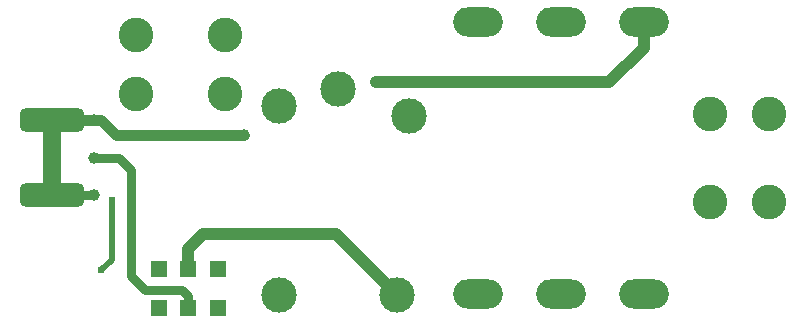
<source format=gbr>
%TF.GenerationSoftware,KiCad,Pcbnew,9.0.5*%
%TF.CreationDate,2025-11-29T21:51:22-08:00*%
%TF.ProjectId,TinyGawant,54696e79-4761-4776-916e-742e6b696361,rev?*%
%TF.SameCoordinates,Original*%
%TF.FileFunction,Copper,L2,Bot*%
%TF.FilePolarity,Positive*%
%FSLAX46Y46*%
G04 Gerber Fmt 4.6, Leading zero omitted, Abs format (unit mm)*
G04 Created by KiCad (PCBNEW 9.0.5) date 2025-11-29 21:51:22*
%MOMM*%
%LPD*%
G01*
G04 APERTURE LIST*
G04 Aperture macros list*
%AMRoundRect*
0 Rectangle with rounded corners*
0 $1 Rounding radius*
0 $2 $3 $4 $5 $6 $7 $8 $9 X,Y pos of 4 corners*
0 Add a 4 corners polygon primitive as box body*
4,1,4,$2,$3,$4,$5,$6,$7,$8,$9,$2,$3,0*
0 Add four circle primitives for the rounded corners*
1,1,$1+$1,$2,$3*
1,1,$1+$1,$4,$5*
1,1,$1+$1,$6,$7*
1,1,$1+$1,$8,$9*
0 Add four rect primitives between the rounded corners*
20,1,$1+$1,$2,$3,$4,$5,0*
20,1,$1+$1,$4,$5,$6,$7,0*
20,1,$1+$1,$6,$7,$8,$9,0*
20,1,$1+$1,$8,$9,$2,$3,0*%
G04 Aperture macros list end*
%TA.AperFunction,ComponentPad*%
%ADD10C,2.925000*%
%TD*%
%TA.AperFunction,SMDPad,CuDef*%
%ADD11RoundRect,0.500000X-2.250000X-0.500000X2.250000X-0.500000X2.250000X0.500000X-2.250000X0.500000X0*%
%TD*%
%TA.AperFunction,ComponentPad*%
%ADD12C,3.000000*%
%TD*%
%TA.AperFunction,ComponentPad*%
%ADD13O,4.200000X2.500000*%
%TD*%
%TA.AperFunction,ComponentPad*%
%ADD14R,1.408000X1.408000*%
%TD*%
%TA.AperFunction,ViaPad*%
%ADD15C,1.000000*%
%TD*%
%TA.AperFunction,ViaPad*%
%ADD16C,0.609600*%
%TD*%
%TA.AperFunction,Conductor*%
%ADD17C,0.762000*%
%TD*%
%TA.AperFunction,Conductor*%
%ADD18C,0.889000*%
%TD*%
%TA.AperFunction,Conductor*%
%ADD19C,1.524000*%
%TD*%
%TA.AperFunction,Conductor*%
%ADD20C,1.000000*%
%TD*%
%TA.AperFunction,Conductor*%
%ADD21C,0.508000*%
%TD*%
G04 APERTURE END LIST*
D10*
%TO.P,J3,1,1*%
%TO.N,RFGND*%
X128083000Y-119086000D03*
%TO.P,J3,2,1__1*%
X120583000Y-119086000D03*
%TO.P,J3,3,1__2*%
X128083000Y-114086000D03*
%TO.P,J3,4,1__3*%
X120583000Y-114086000D03*
%TD*%
D11*
%TO.P,J1,2,Ext*%
%TO.N,GND*%
X113411000Y-121285000D03*
X113411000Y-127635000D03*
%TD*%
D12*
%TO.P,T1,1,AA*%
%TO.N,GND*%
X132640000Y-136085000D03*
%TO.P,T1,2,AB*%
%TO.N,Net-(SW1B-B)*%
X142640000Y-136085000D03*
%TO.P,T1,3,SA*%
%TO.N,Net-(SW2-C)*%
X137640000Y-118585000D03*
%TO.P,T1,4,SC*%
%TO.N,Net-(SW2-A)*%
X143690000Y-120885000D03*
%TO.P,T1,5,SB*%
%TO.N,RFGND*%
X132640000Y-120085000D03*
%TD*%
D13*
%TO.P,C1,1*%
%TO.N,unconnected-(C1-Pad1)*%
X163540000Y-135960000D03*
%TO.P,C1,2*%
%TO.N,RFGND*%
X156540000Y-135960000D03*
%TO.P,C1,3*%
%TO.N,unconnected-(C1-Pad3)*%
X149540000Y-135960000D03*
%TO.P,C1,4*%
%TO.N,Net-(J2-1__1)*%
X163540000Y-112960000D03*
%TO.P,C1,5*%
%TO.N,RFGND*%
X156540000Y-112960000D03*
%TO.P,C1,6*%
%TO.N,unconnected-(C1-Pad6)*%
X149540000Y-112960000D03*
%TD*%
D14*
%TO.P,SW1,1,A*%
%TO.N,Net-(SW1A-A)*%
X122468000Y-137159000D03*
%TO.P,SW1,2,B*%
%TO.N,Net-(J1-In)*%
X124968000Y-137159000D03*
%TO.P,SW1,3,C*%
%TO.N,Net-(SW1A-C)*%
X127468000Y-137159000D03*
%TO.P,SW1,4,A*%
%TO.N,Net-(SW1B-A)*%
X122468000Y-133859000D03*
%TO.P,SW1,5,B*%
%TO.N,Net-(SW1B-B)*%
X124968000Y-133859000D03*
%TO.P,SW1,6,C*%
%TO.N,Net-(SW1A-C)*%
X127468000Y-133859000D03*
%TD*%
D10*
%TO.P,J2,1,1*%
%TO.N,Net-(J2-1__1)*%
X169140000Y-128210000D03*
%TO.P,J2,2,1__1*%
X169140000Y-120710000D03*
%TO.P,J2,3,1__2*%
X174140000Y-128210000D03*
%TO.P,J2,4,1__3*%
X174140000Y-120710000D03*
%TD*%
D15*
%TO.N,GND*%
X116967000Y-121285000D03*
X116967000Y-127635000D03*
X129667000Y-122555000D03*
%TO.N,Net-(J1-In)*%
X116990000Y-124460000D03*
%TO.N,Net-(J2-1__1)*%
X140843000Y-118010000D03*
D16*
%TO.N,Net-(D1-A)*%
X117602000Y-133985000D03*
X118491000Y-128016000D03*
%TD*%
D17*
%TO.N,GND*%
X113411000Y-127635000D02*
X116967000Y-127635000D01*
D18*
X116967000Y-121285000D02*
X113411000Y-121285000D01*
X118872000Y-122555000D02*
X117602000Y-121285000D01*
X117602000Y-121285000D02*
X116967000Y-121285000D01*
D19*
X113411000Y-127635000D02*
X113411000Y-121285000D01*
D18*
X129667000Y-122555000D02*
X118872000Y-122555000D01*
D17*
%TO.N,Net-(J1-In)*%
X124968000Y-136144000D02*
X124460000Y-135636000D01*
X121285000Y-135636000D02*
X120142000Y-134493000D01*
X119126000Y-124460000D02*
X116990000Y-124460000D01*
X124460000Y-135636000D02*
X121285000Y-135636000D01*
X120142000Y-134493000D02*
X120142000Y-125476000D01*
X120142000Y-125476000D02*
X119126000Y-124460000D01*
X124968000Y-137159000D02*
X124968000Y-136144000D01*
D20*
%TO.N,Net-(J2-1__1)*%
X160640000Y-118010000D02*
X163540000Y-115110000D01*
X163540000Y-115110000D02*
X163540000Y-112960000D01*
X140843000Y-118010000D02*
X160640000Y-118010000D01*
D21*
%TO.N,Net-(D1-A)*%
X118491000Y-133096000D02*
X117602000Y-133985000D01*
X118491000Y-128016000D02*
X118491000Y-133096000D01*
D20*
%TO.N,Net-(SW1B-B)*%
X124968000Y-132207000D02*
X124968000Y-133859000D01*
X126238000Y-130937000D02*
X124968000Y-132207000D01*
X137492000Y-130937000D02*
X126238000Y-130937000D01*
X142640000Y-136085000D02*
X137492000Y-130937000D01*
%TD*%
M02*

</source>
